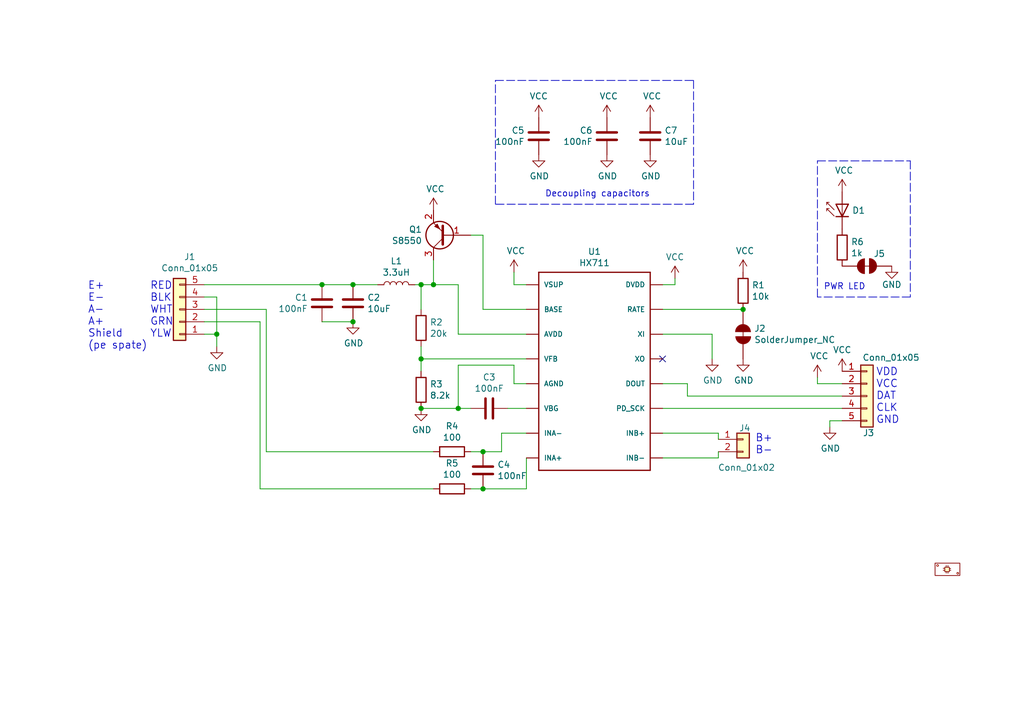
<source format=kicad_sch>
(kicad_sch (version 20211123) (generator eeschema)
  (paper "A5")
  (lib_symbols
    (symbol "GS_Local:C" (pin_numbers hide) (pin_names (offset 0.254))
      (property "Reference" "C" (at 0.635 2.54 0))
      (property "Value" "C" (at 0.635 -2.54 0))
      (symbol "C_0_1"
        (polyline (pts (xy -2.032 -0.762) (xy 2.032 -0.762)) (stroke (width 0.508)))
        (polyline (pts (xy -2.032 0.762) (xy 2.032 0.762)) (stroke (width 0.508)))
      )
      (symbol "C_1_1"
        (pin passive line (at 0 3.81 270) (length 2.794) (name "~") (number "1"))
        (pin passive line (at 0 -3.81 90) (length 2.794) (name "~") (number "2"))
      )
    )
    (symbol "GS_Local:Conn_01x02" (pin_names (offset 1.016) hide)
      (property "Reference" "J" (at 0 2.54 0))
      (property "Value" "Conn_01x02" (at 0 -5.08 0))
      (symbol "Conn_01x02_1_1"
        (rectangle (start -1.27 -2.413) (end 0 -2.667) (stroke (width 0.1524)))
        (rectangle (start -1.27 0.127) (end 0 -0.127) (stroke (width 0.1524)))
        (rectangle (start -1.27 1.27) (end 1.27 -3.81) (stroke (width 0.254)) (fill (type background)))
        (pin passive line (at -5.08 0 0) (length 3.81) (name "Pin_1") (number "1"))
        (pin passive line (at -5.08 -2.54 0) (length 3.81) (name "Pin_2") (number "2"))
      )
    )
    (symbol "GS_Local:Conn_01x05" (pin_names (offset 1.016) hide)
      (property "Reference" "J" (at 0 7.62 0))
      (property "Value" "Conn_01x05" (at 0 -7.62 0))
      (symbol "Conn_01x05_1_1"
        (rectangle (start -1.27 -4.953) (end 0 -5.207) (stroke (width 0.1524)))
        (rectangle (start -1.27 -2.413) (end 0 -2.667) (stroke (width 0.1524)))
        (rectangle (start -1.27 0.127) (end 0 -0.127) (stroke (width 0.1524)))
        (rectangle (start -1.27 2.667) (end 0 2.413) (stroke (width 0.1524)))
        (rectangle (start -1.27 5.207) (end 0 4.953) (stroke (width 0.1524)))
        (rectangle (start -1.27 6.35) (end 1.27 -6.35) (stroke (width 0.254)) (fill (type background)))
        (pin passive line (at -5.08 5.08 0) (length 3.81) (name "Pin_1") (number "1"))
        (pin passive line (at -5.08 2.54 0) (length 3.81) (name "Pin_2") (number "2"))
        (pin passive line (at -5.08 0 0) (length 3.81) (name "Pin_3") (number "3"))
        (pin passive line (at -5.08 -2.54 0) (length 3.81) (name "Pin_4") (number "4"))
        (pin passive line (at -5.08 -5.08 0) (length 3.81) (name "Pin_5") (number "5"))
      )
    )
    (symbol "GS_Local:DY-IR333C-A" (pin_numbers hide) (pin_names (offset 1.016) hide)
      (property "Reference" "D" (at 0.508 1.778 0))
      (property "Value" "DY-IR333C-A" (at -1.016 -2.794 0))
      (symbol "DY-IR333C-A_0_1"
        (polyline (pts (xy -2.54 1.27) (xy -2.54 -1.27)) (stroke (width 0.254)))
        (polyline (pts (xy 0 0) (xy -2.54 0)))
        (polyline (pts (xy 0.381 3.175) (xy -0.127 3.175)))
        (polyline (pts (xy -1.143 1.651) (xy 0.381 3.175) (xy 0.381 2.667)))
        (polyline (pts (xy 0 -1.27) (xy -2.54 0) (xy 0 1.27) (xy 0 -1.27)) (stroke (width 0.254)))
        (polyline (pts (xy -2.413 1.651) (xy -0.889 3.175) (xy -0.889 2.667) (xy -0.889 3.175) (xy -1.397 3.175)))
      )
      (symbol "DY-IR333C-A_1_1"
        (pin passive line (at -5.08 0 0) (length 2.54) (name "K") (number "1"))
        (pin passive line (at 2.54 0 180) (length 2.54) (name "A") (number "2"))
      )
    )
    (symbol "GS_Local:GND" (power) (pin_names (offset 0))
      (property "Value" "GND" (at 0 -3.81 0))
      (symbol "GND_0_1"
        (polyline (pts (xy 0 0) (xy 0 -1.27) (xy 1.27 -1.27) (xy 0 -2.54) (xy -1.27 -1.27) (xy 0 -1.27)))
      )
      (symbol "GND_1_1"
        (pin power_in line (at 0 0 270) (length 0) hide (name "GND") (number "1"))
      )
    )
    (symbol "GS_Local:HX711" (pin_numbers hide) (pin_names (offset 1.016))
      (property "Reference" "U" (at -12.7 21.082 0))
      (property "Value" "HX711" (at -12.7 -21.082 0))
      (symbol "HX711_0_0"
        (polyline (pts (xy -12.7 -20.32) (xy -12.7 20.32)) (stroke (width 0.254)))
        (polyline (pts (xy -12.7 20.32) (xy 10.16 20.32)) (stroke (width 0.254)))
        (polyline (pts (xy 10.16 -20.32) (xy -12.7 -20.32)) (stroke (width 0.254)))
        (polyline (pts (xy 10.16 20.32) (xy 10.16 -20.32)) (stroke (width 0.254)))
        (pin bidirectional line (at -15.24 17.78 0) (length 2.54) (name "VSUP") (number "1"))
        (pin bidirectional line (at 12.7 -12.7 180) (length 2.54) (name "INB+") (number "10"))
        (pin bidirectional line (at 12.7 -7.62 180) (length 2.54) (name "PD_SCK") (number "11"))
        (pin bidirectional line (at 12.7 -2.54 180) (length 2.54) (name "DOUT") (number "12"))
        (pin bidirectional line (at 12.7 2.54 180) (length 2.54) (name "XO") (number "13"))
        (pin bidirectional line (at 12.7 7.62 180) (length 2.54) (name "XI") (number "14"))
        (pin bidirectional line (at 12.7 12.7 180) (length 2.54) (name "RATE") (number "15"))
        (pin bidirectional line (at 12.7 17.78 180) (length 2.54) (name "DVDD") (number "16"))
        (pin bidirectional line (at -15.24 12.7 0) (length 2.54) (name "BASE") (number "2"))
        (pin bidirectional line (at -15.24 7.62 0) (length 2.54) (name "AVDD") (number "3"))
        (pin bidirectional line (at -15.24 2.54 0) (length 2.54) (name "VFB") (number "4"))
        (pin bidirectional line (at -15.24 -2.54 0) (length 2.54) (name "AGND") (number "5"))
        (pin bidirectional line (at -15.24 -7.62 0) (length 2.54) (name "VBG") (number "6"))
        (pin bidirectional line (at -15.24 -12.7 0) (length 2.54) (name "INA-") (number "7"))
        (pin bidirectional line (at -15.24 -17.78 0) (length 2.54) (name "INA+") (number "8"))
        (pin bidirectional line (at 12.7 -17.78 180) (length 2.54) (name "INB-") (number "9"))
      )
    )
    (symbol "GS_Local:L" (pin_numbers hide) (pin_names (offset 1.016) hide)
      (property "Reference" "L" (at -1.27 0 90))
      (property "Value" "L" (at 1.905 0 90))
      (symbol "L_0_1"
        (arc (start 0 -2.54) (mid 0.635 -1.905) (end 0 -1.27))
        (arc (start 0 -1.27) (mid 0.635 -0.635) (end 0 0))
        (arc (start 0 0) (mid 0.635 0.635) (end 0 1.27))
        (arc (start 0 1.27) (mid 0.635 1.905) (end 0 2.54))
      )
      (symbol "L_1_1"
        (pin passive line (at 0 3.81 270) (length 1.27) (name "1") (number "1"))
        (pin passive line (at 0 -3.81 90) (length 1.27) (name "2") (number "2"))
      )
    )
    (symbol "GS_Local:PCB" (pin_names (offset 1.016))
      (symbol "PCB_0_1"
        (rectangle (start -2.54 1.27) (end 2.54 -1.27))
        (circle (center -2.032 0.7874) (radius 0.1778) (fill (type background)))
        (rectangle (start -0.5334 0.4318) (end 0.381 -0.4826) (fill (type background)))
        (polyline (pts (xy -0.254 -0.4826) (xy -0.254 -0.7874)))
        (polyline (pts (xy 0.1016 -0.5334) (xy 0.1016 -0.8128)))
        (polyline (pts (xy 0.381 0.1524) (xy 0.6604 0.1524)))
        (polyline (pts (xy 0.4064 -0.2032) (xy 0.6858 -0.2032)))
      )
      (symbol "PCB_1_1"
        (polyline (pts (xy -0.8636 -0.2032) (xy -0.5842 -0.2032)))
        (polyline (pts (xy -0.8636 0.2032) (xy -0.5842 0.2032)))
        (polyline (pts (xy -0.254 0.508) (xy -0.254 0.7874)))
        (polyline (pts (xy 0.1016 0.508) (xy 0.1016 0.7874)))
        (circle (center 2.1082 -0.8128) (radius 0.1778) (fill (type background)))
      )
    )
    (symbol "GS_Local:Q_PNP_BEC" (pin_names (offset 0) hide)
      (property "Reference" "Q" (at 5.08 1.27 0))
      (property "Value" "Q_PNP_BEC" (at 5.08 -1.27 0))
      (symbol "Q_PNP_BEC_0_1"
        (polyline (pts (xy 0.635 0.635) (xy 2.54 2.54)))
        (polyline (pts (xy 0.635 -0.635) (xy 2.54 -2.54) (xy 2.54 -2.54)))
        (polyline (pts (xy 0.635 1.905) (xy 0.635 -1.905) (xy 0.635 -1.905)) (stroke (width 0.508)))
        (polyline (pts (xy 2.286 -1.778) (xy 1.778 -2.286) (xy 1.27 -1.27) (xy 2.286 -1.778) (xy 2.286 -1.778)) (fill (type outline)))
        (circle (center 1.27 0) (radius 2.8194) (stroke (width 0.254)))
      )
      (symbol "Q_PNP_BEC_1_1"
        (pin input line (at -5.08 0 0) (length 5.715) (name "B") (number "1"))
        (pin passive line (at 2.54 -5.08 90) (length 2.54) (name "E") (number "2"))
        (pin passive line (at 2.54 5.08 270) (length 2.54) (name "C") (number "3"))
      )
    )
    (symbol "GS_Local:R" (pin_numbers hide) (pin_names (offset 0))
      (property "Reference" "R" (at 2.032 0 90))
      (property "Value" "R" (at 0 0 90))
      (symbol "R_0_1"
        (rectangle (start -1.016 -2.54) (end 1.016 2.54) (stroke (width 0.254)))
      )
      (symbol "R_1_1"
        (pin passive line (at 0 3.81 270) (length 1.27) (name "~") (number "1"))
        (pin passive line (at 0 -3.81 90) (length 1.27) (name "~") (number "2"))
      )
    )
    (symbol "GS_Local:SolderJumper_NC" (pin_numbers hide) (pin_names (offset 0) hide)
      (property "Reference" "J" (at 0 10.16 0))
      (property "Value" "SolderJumper_NC" (at 3.81 0 90))
      (symbol "SolderJumper_NC_0_1"
        (polyline (pts (xy 1.524 0.508) (xy -1.524 0.508)))
        (polyline (pts (xy 0 0.6604) (xy 0 -0.6096) (xy 0.0508 -0.7112)))
        (arc (start 1.4986 0.508) (mid -0.0254 1.982) (end -1.5494 0.508) (fill (type outline)))
      )
      (symbol "SolderJumper_NC_1_1"
        (arc (start -1.4986 -0.508) (mid 0.0254 -1.982) (end 1.5494 -0.508) (fill (type outline)))
        (polyline (pts (xy -1.524 -0.508) (xy 1.524 -0.508)))
        (pin passive line (at 0 5.08 270) (length 2.9972) (name "1") (number "1"))
        (pin passive line (at 0 -5.08 90) (length 2.9972) (name "2") (number "2"))
      )
    )
    (symbol "GS_Local:VCC" (power) (pin_names (offset 0))
      (property "Value" "VCC" (at 0 3.81 0))
      (symbol "VCC_0_1"
        (polyline (pts (xy -0.762 1.27) (xy 0 2.54)))
        (polyline (pts (xy 0 0) (xy 0 2.54)))
        (polyline (pts (xy 0 2.54) (xy 0.762 1.27)))
      )
      (symbol "VCC_1_1"
        (pin power_in line (at 0 0 90) (length 0) hide (name "VCC") (number "1"))
      )
    )
    (symbol "GS_Local:VDD" (power) (pin_numbers hide) (pin_names (offset 0) hide)
      (property "Value" "VDD" (at 0 3.81 0))
      (symbol "VDD_0_1"
        (polyline (pts (xy -0.762 1.27) (xy 0 2.54)))
        (polyline (pts (xy 0 0) (xy 0 2.54)))
        (polyline (pts (xy 0 2.54) (xy 0.762 1.27)))
      )
      (symbol "VDD_1_1"
        (pin power_in line (at 0 0 90) (length 0) hide (name "VCC") (number "1"))
      )
    )
  )
  (junction (at 44.45 68.58))
  (junction (at 72.39 58.42))
  (junction (at 152.4 63.5))
  (junction (at 99.06 92.71))
  (junction (at 86.36 83.82))
  (junction (at 88.9 58.42))
  (junction (at 86.36 58.42))
  (junction (at 72.39 66.04))
  (junction (at 66.04 58.42))
  (junction (at 86.36 73.66))
  (junction (at 93.98 83.82))
  (junction (at 99.06 100.33))
  (no_connect (at 135.89 73.66))
  (wire (pts (xy 105.41 78.74) (xy 105.41 74.93)))
  (polyline (pts (xy 167.64 60.96) (xy 167.64 33.02)))
  (polyline (pts (xy 101.6 41.91) (xy 101.6 16.51)))
  (wire (pts (xy 93.98 58.42) (xy 93.98 68.58)))
  (wire (pts (xy 172.72 83.82) (xy 135.89 83.82)))
  (wire (pts (xy 41.91 68.58) (xy 44.45 68.58)))
  (wire (pts (xy 66.04 58.42) (xy 72.39 58.42)))
  (polyline (pts (xy 186.69 60.96) (xy 167.64 60.96)))
  (polyline (pts (xy 167.64 33.02) (xy 186.69 33.02)))
  (wire (pts (xy 135.89 93.98) (xy 147.32 93.98)))
  (polyline (pts (xy 142.24 41.91) (xy 101.6 41.91)))
  (polyline (pts (xy 186.69 33.02) (xy 186.69 60.96)))
  (wire (pts (xy 140.97 81.28) (xy 172.72 81.28)))
  (wire (pts (xy 107.95 100.33) (xy 99.06 100.33)))
  (wire (pts (xy 135.89 58.42) (xy 138.43 58.42)))
  (wire (pts (xy 54.61 63.5) (xy 41.91 63.5)))
  (wire (pts (xy 167.64 78.74) (xy 172.72 78.74)))
  (wire (pts (xy 107.95 73.66) (xy 86.36 73.66)))
  (wire (pts (xy 88.9 53.34) (xy 88.9 58.42)))
  (wire (pts (xy 88.9 92.71) (xy 54.61 92.71)))
  (wire (pts (xy 86.36 63.5) (xy 86.36 58.42)))
  (wire (pts (xy 105.41 74.93) (xy 93.98 74.93)))
  (wire (pts (xy 41.91 60.96) (xy 44.45 60.96)))
  (wire (pts (xy 170.18 86.36) (xy 172.72 86.36)))
  (wire (pts (xy 88.9 58.42) (xy 93.98 58.42)))
  (wire (pts (xy 99.06 63.5) (xy 107.95 63.5)))
  (wire (pts (xy 167.64 77.47) (xy 167.64 78.74)))
  (wire (pts (xy 44.45 60.96) (xy 44.45 68.58)))
  (wire (pts (xy 54.61 92.71) (xy 54.61 63.5)))
  (wire (pts (xy 135.89 68.58) (xy 146.05 68.58)))
  (wire (pts (xy 102.87 88.9) (xy 102.87 92.71)))
  (wire (pts (xy 41.91 58.42) (xy 66.04 58.42)))
  (wire (pts (xy 135.89 78.74) (xy 140.97 78.74)))
  (wire (pts (xy 86.36 58.42) (xy 88.9 58.42)))
  (polyline (pts (xy 101.6 16.51) (xy 142.24 16.51)))
  (wire (pts (xy 170.18 87.63) (xy 170.18 86.36)))
  (wire (pts (xy 72.39 58.42) (xy 77.47 58.42)))
  (wire (pts (xy 96.52 92.71) (xy 99.06 92.71)))
  (wire (pts (xy 104.14 83.82) (xy 107.95 83.82)))
  (wire (pts (xy 105.41 55.88) (xy 105.41 58.42)))
  (polyline (pts (xy 142.24 16.51) (xy 142.24 41.91)))
  (wire (pts (xy 96.52 48.26) (xy 99.06 48.26)))
  (wire (pts (xy 96.52 100.33) (xy 99.06 100.33)))
  (wire (pts (xy 88.9 100.33) (xy 53.34 100.33)))
  (wire (pts (xy 86.36 73.66) (xy 86.36 76.2)))
  (wire (pts (xy 105.41 58.42) (xy 107.95 58.42)))
  (wire (pts (xy 138.43 58.42) (xy 138.43 57.15)))
  (wire (pts (xy 99.06 48.26) (xy 99.06 63.5)))
  (wire (pts (xy 93.98 83.82) (xy 86.36 83.82)))
  (wire (pts (xy 135.89 88.9) (xy 147.32 88.9)))
  (wire (pts (xy 107.95 88.9) (xy 102.87 88.9)))
  (wire (pts (xy 147.32 93.98) (xy 147.32 92.71)))
  (wire (pts (xy 53.34 100.33) (xy 53.34 66.04)))
  (wire (pts (xy 140.97 78.74) (xy 140.97 81.28)))
  (wire (pts (xy 146.05 68.58) (xy 146.05 73.66)))
  (wire (pts (xy 147.32 88.9) (xy 147.32 90.17)))
  (wire (pts (xy 93.98 68.58) (xy 107.95 68.58)))
  (wire (pts (xy 135.89 63.5) (xy 152.4 63.5)))
  (wire (pts (xy 53.34 66.04) (xy 41.91 66.04)))
  (wire (pts (xy 86.36 71.12) (xy 86.36 73.66)))
  (wire (pts (xy 85.09 58.42) (xy 86.36 58.42)))
  (wire (pts (xy 93.98 74.93) (xy 93.98 83.82)))
  (wire (pts (xy 102.87 92.71) (xy 99.06 92.71)))
  (wire (pts (xy 96.52 83.82) (xy 93.98 83.82)))
  (wire (pts (xy 66.04 66.04) (xy 72.39 66.04)))
  (wire (pts (xy 107.95 93.98) (xy 107.95 100.33)))
  (wire (pts (xy 107.95 78.74) (xy 105.41 78.74)))
  (wire (pts (xy 44.45 68.58) (xy 44.45 71.12)))
  (text "Decoupling capacitors\n" (at 111.76 40.64 0) (effects (font (size 1.27 1.27)) (justify left bottom)))
  (text "E+\nE-\nA-\nA+\nShield\n(pe spate)" (at 18.0086 71.882 0) (effects (font (size 1.524 1.524)) (justify left bottom)))
  (text "PWR LED" (at 168.91 59.69 0) (effects (font (size 1.27 1.27)) (justify left bottom)))
  (text "VDD\nVCC\nDAT\nCLK\nGND" (at 179.6542 87.1474 0) (effects (font (size 1.524 1.524)) (justify left bottom)))
  (text "RED\nBLK\nWHT\nGRN\nYLW" (at 30.7594 69.4436 0) (effects (font (size 1.524 1.524)) (justify left bottom)))
  (text "B+\nB-\n" (at 154.8892 93.3704 0) (effects (font (size 1.524 1.524)) (justify left bottom)))
  (symbol (lib_id "GS_Local:HX711") (at 123.19 76.2 0) (unit 1)
    (property "Reference" "U1" (at 121.92 51.6382 0))
    (property "Value" "HX711" (at 121.92 53.9496 0))
    (property "Footprint" "GS_Local:SOP-16_4.55x10.3mm_P1.27mm" (effects hide))
    (property "Datasheet" "https://datasheet.lcsc.com/szlcsc/1811071214_Avia-Semicon-Xiamen-HX711_C43656.pdf" (effects hide))
    (property "MPN" "HX711" (effects hide))
    (property "LCSC" "C43656" (effects hide))
  )
  (symbol (lib_id "GS_Local:GND") (at 72.39 66.04 0) (unit 1)
    (property "Reference" "#PWR0101" (effects hide))
    (property "Value" "GND" (at 72.517 70.4342 0))
  )
  (symbol (lib_id "GS_Local:L") (at 81.28 58.42 90) (unit 1)
    (property "Reference" "L1" (at 81.28 53.594 90))
    (property "Value" "3.3uH" (at 81.28 55.9054 90))
    (property "Footprint" "GS_Local:L_0603_1608Metric" (effects hide))
    (property "Datasheet" "https://datasheet.lcsc.com/szlcsc/2007222002_Yanchuang-SCMI160808U3R3KT_C479886.pdf" (effects hide))
    (property "MPN" "SCMI160808U3R3KT" (effects hide))
    (property "LCSC" "C479886" (effects hide))
  )
  (symbol (lib_id "GS_Local:Conn_01x05") (at 36.83 63.5 180) (unit 1)
    (property "Reference" "J1" (at 38.9128 52.705 0))
    (property "Value" "Conn_01x05" (at 38.9128 55.0164 0))
    (property "Footprint" "GS_Local:PinHeader_1x05_P2.54mm_Vertical_Male" (effects hide))
    (property "Datasheet" "https://datasheet.lcsc.com/szlcsc/2010160505_CJT-Changjiang-Connectors-A2541WV-5P_C225480.pdf" (effects hide))
    (property "MPN" "A2541WV-5P" (effects hide))
    (property "LCSC" "C225480" (effects hide))
  )
  (symbol (lib_id "GS_Local:C") (at 66.04 62.23 0) (mirror x) (unit 1)
    (property "Reference" "C1" (at 63.1444 61.0616 0) (effects (justify right)))
    (property "Value" "100nF" (at 63.1444 63.373 0) (effects (justify right)))
    (property "Footprint" "GS_Local:C_0402_1005Metric" (effects hide))
    (property "Datasheet" "https://datasheet.lcsc.com/szlcsc/1912111437_Walsin-Tech-Corp-0402B104K100CT_C387941.pdf" (effects hide))
    (property "MPN" "0402B104K100CT" (effects hide))
    (property "LCSC" "C387941" (effects hide))
  )
  (symbol (lib_id "GS_Local:C") (at 72.39 62.23 0) (unit 1)
    (property "Reference" "C2" (at 75.311 61.0616 0) (effects (justify left)))
    (property "Value" "10uF" (at 75.311 63.373 0) (effects (justify left)))
    (property "Footprint" "GS_Local:C_0402_1005Metric" (effects hide))
    (property "Datasheet" "https://datasheet.lcsc.com/szlcsc/1912111437_Taiyo-Yuden-LDK105CBJ106MVLF_C386033.pdf" (effects hide))
    (property "MPN" "LDK105CBJ106MVLF" (effects hide))
    (property "LCSC" "C386033" (effects hide))
  )
  (symbol (lib_id "GS_Local:VCC") (at 105.41 55.88 0) (unit 1)
    (property "Reference" "#PWR0102" (effects hide))
    (property "Value" "VCC" (at 105.791 51.4858 0))
  )
  (symbol (lib_id "GS_Local:VCC") (at 88.9 43.18 0) (unit 1)
    (property "Reference" "#PWR0103" (effects hide))
    (property "Value" "VCC" (at 89.281 38.7858 0))
  )
  (symbol (lib_id "GS_Local:R") (at 86.36 67.31 0) (unit 1)
    (property "Reference" "R2" (at 88.138 66.1416 0) (effects (justify left)))
    (property "Value" "20k" (at 88.138 68.453 0) (effects (justify left)))
    (property "Footprint" "GS_Local:R_0402_1005Metric" (effects hide))
    (property "Datasheet" "https://datasheet.lcsc.com/szlcsc/1810191630_Walsin-Tech-Corp-WR04X2002FTL_C163819.pdf" (effects hide))
    (property "MPN" "WR04X2002FTL" (effects hide))
    (property "LCSC" "C163819" (effects hide))
  )
  (symbol (lib_id "GS_Local:R") (at 86.36 80.01 0) (unit 1)
    (property "Reference" "R3" (at 88.138 78.8416 0) (effects (justify left)))
    (property "Value" "8.2k" (at 88.138 81.153 0) (effects (justify left)))
    (property "Footprint" "GS_Local:R_0402_1005Metric" (effects hide))
    (property "Datasheet" "https://datasheet.lcsc.com/szlcsc/1810191632_Walsin-Tech-Corp-WR04X8201FTL_C170361.pdf" (effects hide))
    (property "MPN" "WR04X8201FTL" (effects hide))
    (property "LCSC" "C170361" (effects hide))
  )
  (symbol (lib_id "GS_Local:C") (at 100.33 83.82 90) (mirror x) (unit 1)
    (property "Reference" "C3" (at 100.33 77.4192 90))
    (property "Value" "100nF" (at 100.33 79.7306 90))
    (property "Footprint" "GS_Local:C_0402_1005Metric" (effects hide))
    (property "Datasheet" "https://datasheet.lcsc.com/szlcsc/1912111437_Walsin-Tech-Corp-0402B104K100CT_C387941.pdf" (effects hide))
    (property "MPN" "0402B104K100CT" (effects hide))
    (property "LCSC" "C387941" (effects hide))
  )
  (symbol (lib_id "GS_Local:GND") (at 86.36 83.82 0) (unit 1)
    (property "Reference" "#PWR0104" (effects hide))
    (property "Value" "GND" (at 86.487 88.2142 0))
  )
  (symbol (lib_id "GS_Local:R") (at 92.71 92.71 270) (unit 1)
    (property "Reference" "R4" (at 92.71 87.4522 90))
    (property "Value" "100" (at 92.71 89.7636 90))
    (property "Footprint" "GS_Local:R_0402_1005Metric" (effects hide))
    (property "Datasheet" "https://datasheet.lcsc.com/szlcsc/1810191630_Walsin-Tech-Corp-WR04X1000FTL_C163808.pdf" (effects hide))
    (property "MPN" "WR04X1000FTL" (effects hide))
    (property "LCSC" "C163808" (effects hide))
  )
  (symbol (lib_id "GS_Local:R") (at 92.71 100.33 90) (mirror x) (unit 1)
    (property "Reference" "R5" (at 92.71 95.0722 90))
    (property "Value" "100" (at 92.71 97.3836 90))
    (property "Footprint" "GS_Local:R_0402_1005Metric" (effects hide))
    (property "Datasheet" "https://datasheet.lcsc.com/szlcsc/1810191630_Walsin-Tech-Corp-WR04X1000FTL_C163808.pdf" (effects hide))
    (property "MPN" "WR04X1000FTL" (effects hide))
    (property "LCSC" "C163808" (effects hide))
  )
  (symbol (lib_id "GS_Local:C") (at 99.06 96.52 0) (mirror y) (unit 1)
    (property "Reference" "C4" (at 101.981 95.3516 0) (effects (justify right)))
    (property "Value" "100nF" (at 101.981 97.663 0) (effects (justify right)))
    (property "Footprint" "GS_Local:C_0402_1005Metric" (effects hide))
    (property "Datasheet" "https://datasheet.lcsc.com/szlcsc/1912111437_Walsin-Tech-Corp-0402B104K100CT_C387941.pdf" (effects hide))
    (property "MPN" "0402B104K100CT" (effects hide))
    (property "LCSC" "C387941" (effects hide))
  )
  (symbol (lib_id "GS_Local:GND") (at 44.45 71.12 0) (unit 1)
    (property "Reference" "#PWR0105" (effects hide))
    (property "Value" "GND" (at 44.577 75.5142 0))
  )
  (symbol (lib_id "GS_Local:Conn_01x02") (at 152.4 90.17 0) (unit 1)
    (property "Reference" "J4" (at 151.5364 87.8586 0) (effects (justify left)))
    (property "Value" "Conn_01x02" (at 147.2184 95.9612 0) (effects (justify left)))
    (property "Footprint" "GS_Local:PinHeader_1x02_P2.54mm_Vertical_Male" (effects hide))
    (property "Datasheet" "https://datasheet.lcsc.com/szlcsc/1912111437_MINTRON-MTP125-1102S1_C358684.pdf" (effects hide))
    (property "MPN" "DNB" (effects hide))
    (property "LCSC" "DNB" (effects hide))
  )
  (symbol (lib_id "GS_Local:Conn_01x05") (at 177.8 81.28 0) (unit 1)
    (property "Reference" "J3" (at 176.9364 88.8492 0) (effects (justify left)))
    (property "Value" "Conn_01x05" (at 176.8602 73.3806 0) (effects (justify left)))
    (property "Footprint" "GS_Local:PinHeader_1x05_P2.54mm_Vertical_Male" (effects hide))
    (property "Datasheet" "https://datasheet.lcsc.com/szlcsc/2010160505_CJT-Changjiang-Connectors-A2541WV-5P_C225480.pdf" (effects hide))
    (property "MPN" "A2541WV-5P" (effects hide))
    (property "LCSC" "C225480" (effects hide))
  )
  (symbol (lib_id "GS_Local:GND") (at 170.18 87.63 0) (unit 1)
    (property "Reference" "#PWR0106" (effects hide))
    (property "Value" "GND" (at 170.307 92.0242 0))
  )
  (symbol (lib_id "GS_Local:GND") (at 146.05 73.66 0) (unit 1)
    (property "Reference" "#PWR0107" (effects hide))
    (property "Value" "GND" (at 146.177 78.0542 0))
  )
  (symbol (lib_id "GS_Local:R") (at 152.4 59.69 180) (unit 1)
    (property "Reference" "R1" (at 154.178 58.5216 0) (effects (justify right)))
    (property "Value" "10k" (at 154.178 60.833 0) (effects (justify right)))
    (property "Footprint" "GS_Local:R_0402_1005Metric" (effects hide))
    (property "Datasheet" "https://datasheet.lcsc.com/szlcsc/1811091923_UNI-ROYAL-Uniroyal-Elec-0402WGJ0103TCE_C25531.pdf" (effects hide))
    (property "MPN" "0402WGJ0103TCE" (effects hide))
    (property "LCSC" "C25531" (effects hide))
  )
  (symbol (lib_id "GS_Local:VCC") (at 152.4 55.88 0) (unit 1)
    (property "Reference" "#PWR0108" (effects hide))
    (property "Value" "VCC" (at 152.781 51.4858 0))
  )
  (symbol (lib_id "GS_Local:SolderJumper_NC") (at 152.4 68.58 0) (unit 1)
    (property "Reference" "J2" (at 154.6606 67.4116 0) (effects (justify left)))
    (property "Value" "SolderJumper_NC" (at 154.6606 69.723 0) (effects (justify left)))
    (property "Footprint" "GS_Local:SolderJumper_NC" (effects hide))
  )
  (symbol (lib_id "GS_Local:GND") (at 152.4 73.66 0) (unit 1)
    (property "Reference" "#PWR0109" (effects hide))
    (property "Value" "GND" (at 152.527 78.0542 0))
  )
  (symbol (lib_id "GS_Local:VDD") (at 138.43 57.15 0) (unit 1)
    (property "Reference" "#PWR0110" (effects hide))
    (property "Value" "VDD" (at 138.43 52.7558 0))
  )
  (symbol (lib_id "GS_Local:VDD") (at 172.72 76.2 0) (unit 1)
    (property "Reference" "#PWR0111" (effects hide))
    (property "Value" "VDD" (at 172.72 71.8058 0))
  )
  (symbol (lib_id "GS_Local:VCC") (at 167.64 77.47 0) (unit 1)
    (property "Reference" "#PWR0112" (effects hide))
    (property "Value" "VCC" (at 168.021 73.0758 0))
  )
  (symbol (lib_id "GS_Local:Q_PNP_BEC") (at 91.44 48.26 180) (unit 1)
    (property "Reference" "Q1" (at 86.5886 47.0916 0) (effects (justify left)))
    (property "Value" "S8550" (at 86.5886 49.403 0) (effects (justify left)))
    (property "Footprint" "GS_Local:SOT-23" (effects hide))
    (property "Datasheet" "https://datasheet.lcsc.com/szlcsc/1912111437_Slkor-SLKORMICRO-Elec-S8550_C444725.pdf" (effects hide))
    (property "MPN" "S8550" (effects hide))
    (property "LCSC" "C444725" (effects hide))
  )
  (symbol (lib_id "GS_Local:C") (at 124.46 27.94 0) (mirror x) (unit 1)
    (property "Reference" "C6" (at 121.5644 26.7716 0) (effects (justify right)))
    (property "Value" "100nF" (at 121.5644 29.083 0) (effects (justify right)))
    (property "Footprint" "GS_Local:C_0402_1005Metric" (effects hide))
    (property "Datasheet" "https://datasheet.lcsc.com/szlcsc/1912111437_Walsin-Tech-Corp-0402B104K100CT_C387941.pdf" (effects hide))
    (property "MPN" "0402B104K100CT" (effects hide))
    (property "LCSC" "C387941" (effects hide))
  )
  (symbol (lib_id "GS_Local:C") (at 133.35 27.94 0) (unit 1)
    (property "Reference" "C7" (at 136.271 26.7716 0) (effects (justify left)))
    (property "Value" "10uF" (at 136.271 29.083 0) (effects (justify left)))
    (property "Footprint" "GS_Local:C_0402_1005Metric" (effects hide))
    (property "Datasheet" "https://datasheet.lcsc.com/szlcsc/1912111437_Taiyo-Yuden-LDK105CBJ106MVLF_C386033.pdf" (effects hide))
    (property "MPN" "LDK105CBJ106MVLF" (effects hide))
    (property "LCSC" "C386033" (effects hide))
  )
  (symbol (lib_id "GS_Local:C") (at 110.49 27.94 0) (mirror x) (unit 1)
    (property "Reference" "C5" (at 107.5944 26.7716 0) (effects (justify right)))
    (property "Value" "100nF" (at 107.5944 29.083 0) (effects (justify right)))
    (property "Footprint" "GS_Local:C_0402_1005Metric" (effects hide))
    (property "Datasheet" "https://datasheet.lcsc.com/szlcsc/1912111437_Walsin-Tech-Corp-0402B104K100CT_C387941.pdf" (effects hide))
    (property "MPN" "0402B104K100CT" (effects hide))
    (property "LCSC" "C387941" (effects hide))
  )
  (symbol (lib_id "GS_Local:VCC") (at 133.35 24.13 0) (unit 1)
    (property "Reference" "#PWR0113" (effects hide))
    (property "Value" "VCC" (at 133.731 19.7358 0))
  )
  (symbol (lib_id "GS_Local:GND") (at 133.35 31.75 0) (unit 1)
    (property "Reference" "#PWR0114" (effects hide))
    (property "Value" "GND" (at 133.477 36.1442 0))
  )
  (symbol (lib_id "GS_Local:GND") (at 124.46 31.75 0) (unit 1)
    (property "Reference" "#PWR0115" (effects hide))
    (property "Value" "GND" (at 124.587 36.1442 0))
  )
  (symbol (lib_id "GS_Local:GND") (at 110.49 31.75 0) (unit 1)
    (property "Reference" "#PWR0116" (effects hide))
    (property "Value" "GND" (at 110.617 36.1442 0))
  )
  (symbol (lib_id "GS_Local:VCC") (at 124.46 24.13 0) (unit 1)
    (property "Reference" "#PWR0117" (effects hide))
    (property "Value" "VCC" (at 124.841 19.7358 0))
  )
  (symbol (lib_id "GS_Local:VDD") (at 110.49 24.13 0) (unit 1)
    (property "Reference" "#PWR0118" (effects hide))
    (property "Value" "VDD" (at 110.49 19.7358 0))
  )
  (symbol (lib_id "GS_Local:PCB") (at 194.31 116.84 0) (unit 1)
    (property "Reference" "P1" (effects hide))
    (property "Value" "PCB" (effects hide))
    (property "MPN" "ZQUMRQ_GS_PCB" (effects hide))
  )
  (symbol (lib_id "GS_Local:DY-IR333C-A") (at 172.72 41.91 90) (unit 1)
    (property "Reference" "D1" (at 174.752 43.18 90) (effects (justify right)))
    (property "Value" "RED" (effects hide))
    (property "Footprint" "GS_Local:LED_0402_1005Metric" (effects hide))
    (property "Datasheet" "https://datasheet.lcsc.com/szlcsc/2009251739_TUOZHAN-TZ-P2-0402RTIA1-0-45T_C779449.pdf" (effects hide))
    (property "MPN" "TZ-P2-0402RTIA1-0.45T" (effects hide))
    (property "LCSC" "C779449" (effects hide))
  )
  (symbol (lib_id "GS_Local:R") (at 172.72 50.8 0) (unit 1)
    (property "Reference" "R6" (at 174.498 49.6316 0) (effects (justify left)))
    (property "Value" "1k" (at 174.498 51.943 0) (effects (justify left)))
    (property "Footprint" "GS_Local:R_0402_1005Metric" (effects hide))
    (property "Datasheet" "https://datasheet.lcsc.com/szlcsc/1811141734_FH-Guangdong-Fenghua-Advanced-Tech-RC-02W1001FT_C226166.pdf" (effects hide))
    (property "MPN" "RC-02W1001FT" (effects hide))
    (property "LCSC" "C226166" (effects hide))
  )
  (symbol (lib_id "GS_Local:SolderJumper_NC") (at 177.8 54.61 270) (unit 1)
    (property "Reference" "J5" (at 180.34 52.07 90))
    (property "Value" "DISABLE PWR LED" (effects hide))
    (property "Footprint" "GS_Local:SolderJumper_NC" (effects hide))
  )
  (symbol (lib_id "GS_Local:VCC") (at 172.72 39.37 0) (unit 1)
    (property "Reference" "#PWR0119" (effects hide))
    (property "Value" "VCC" (at 173.101 34.9758 0))
  )
  (symbol (lib_id "GS_Local:GND") (at 182.88 54.61 0) (unit 1)
    (property "Reference" "#PWR0120" (effects hide))
    (property "Value" "GND" (at 182.88 58.42 0))
  )
)
</source>
